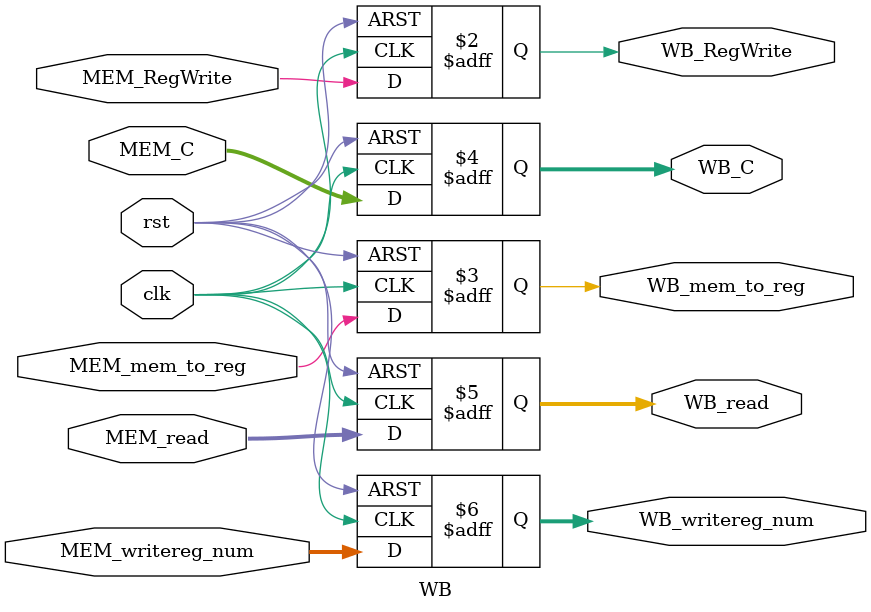
<source format=v>
module WB(clk,rst,MEM_RegWrite,MEM_mem_to_reg,MEM_read,MEM_C,MEM_writereg_num,
			WB_RegWrite,WB_mem_to_reg,WB_read,WB_C,WB_writereg_num
			);
	input clk,rst,MEM_RegWrite,MEM_mem_to_reg;
	input [31:0] MEM_C,MEM_read;
	input [4:0] MEM_writereg_num;
	
	output reg WB_RegWrite,WB_mem_to_reg;
	output reg [31:0] WB_C,WB_read;
	output reg [4:0] WB_writereg_num;
	
	always @(posedge clk,posedge rst)
	begin
		if(rst)
		begin
			WB_C=0;
			WB_RegWrite=0;
			WB_mem_to_reg=0;
			WB_read=0;
			WB_writereg_num=0;	
		end
		else begin
			WB_C=MEM_C;
			WB_RegWrite=MEM_RegWrite;
			WB_mem_to_reg=MEM_mem_to_reg;
			WB_read=MEM_read;
			WB_writereg_num=MEM_writereg_num;
		end
	end
endmodule
</source>
